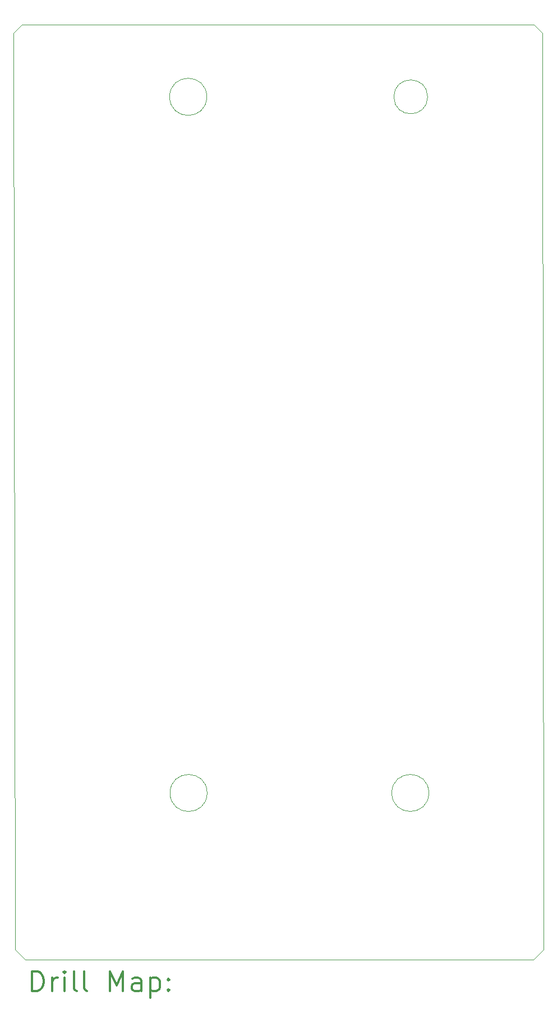
<source format=gbr>
%FSLAX45Y45*%
G04 Gerber Fmt 4.5, Leading zero omitted, Abs format (unit mm)*
G04 Created by KiCad (PCBNEW (6.0.0-rc1-dev-347-gd8782b751)) date 11/16/19 19:04:07*
%MOMM*%
%LPD*%
G01*
G04 APERTURE LIST*
%ADD10C,0.100000*%
%ADD11C,0.200000*%
%ADD12C,0.300000*%
G04 APERTURE END LIST*
D10*
X8331200Y-17322800D02*
X8178800Y-17170400D01*
X8280400Y-3200400D02*
X8153400Y-3327400D01*
X16154400Y-17170400D02*
X16002000Y-17322800D01*
X16135350Y-3321050D02*
X16008350Y-3194050D01*
X11074689Y-14802138D02*
G75*
G03X11074689Y-14802138I-279689J0D01*
G01*
X14420850Y-14801850D02*
G75*
G03X14420850Y-14801850I-279400J0D01*
G01*
X11069202Y-4287402D02*
G75*
G03X11069202Y-4287402I-280552J0D01*
G01*
X14403067Y-4287517D02*
G75*
G03X14403067Y-4287517I-255267J0D01*
G01*
X8178800Y-17170400D02*
X8153400Y-3327400D01*
X16002000Y-17322800D02*
X8331200Y-17322800D01*
X16135350Y-3321050D02*
X16154400Y-17170400D01*
X8280400Y-3200400D02*
X16008350Y-3194050D01*
D11*
D12*
X8434828Y-17793514D02*
X8434828Y-17493514D01*
X8506257Y-17493514D01*
X8549114Y-17507800D01*
X8577686Y-17536372D01*
X8591971Y-17564943D01*
X8606257Y-17622086D01*
X8606257Y-17664943D01*
X8591971Y-17722086D01*
X8577686Y-17750657D01*
X8549114Y-17779229D01*
X8506257Y-17793514D01*
X8434828Y-17793514D01*
X8734828Y-17793514D02*
X8734828Y-17593514D01*
X8734828Y-17650657D02*
X8749114Y-17622086D01*
X8763400Y-17607800D01*
X8791971Y-17593514D01*
X8820543Y-17593514D01*
X8920543Y-17793514D02*
X8920543Y-17593514D01*
X8920543Y-17493514D02*
X8906257Y-17507800D01*
X8920543Y-17522086D01*
X8934828Y-17507800D01*
X8920543Y-17493514D01*
X8920543Y-17522086D01*
X9106257Y-17793514D02*
X9077686Y-17779229D01*
X9063400Y-17750657D01*
X9063400Y-17493514D01*
X9263400Y-17793514D02*
X9234828Y-17779229D01*
X9220543Y-17750657D01*
X9220543Y-17493514D01*
X9606257Y-17793514D02*
X9606257Y-17493514D01*
X9706257Y-17707800D01*
X9806257Y-17493514D01*
X9806257Y-17793514D01*
X10077686Y-17793514D02*
X10077686Y-17636372D01*
X10063400Y-17607800D01*
X10034828Y-17593514D01*
X9977686Y-17593514D01*
X9949114Y-17607800D01*
X10077686Y-17779229D02*
X10049114Y-17793514D01*
X9977686Y-17793514D01*
X9949114Y-17779229D01*
X9934828Y-17750657D01*
X9934828Y-17722086D01*
X9949114Y-17693514D01*
X9977686Y-17679229D01*
X10049114Y-17679229D01*
X10077686Y-17664943D01*
X10220543Y-17593514D02*
X10220543Y-17893514D01*
X10220543Y-17607800D02*
X10249114Y-17593514D01*
X10306257Y-17593514D01*
X10334828Y-17607800D01*
X10349114Y-17622086D01*
X10363400Y-17650657D01*
X10363400Y-17736372D01*
X10349114Y-17764943D01*
X10334828Y-17779229D01*
X10306257Y-17793514D01*
X10249114Y-17793514D01*
X10220543Y-17779229D01*
X10491971Y-17764943D02*
X10506257Y-17779229D01*
X10491971Y-17793514D01*
X10477686Y-17779229D01*
X10491971Y-17764943D01*
X10491971Y-17793514D01*
X10491971Y-17607800D02*
X10506257Y-17622086D01*
X10491971Y-17636372D01*
X10477686Y-17622086D01*
X10491971Y-17607800D01*
X10491971Y-17636372D01*
M02*

</source>
